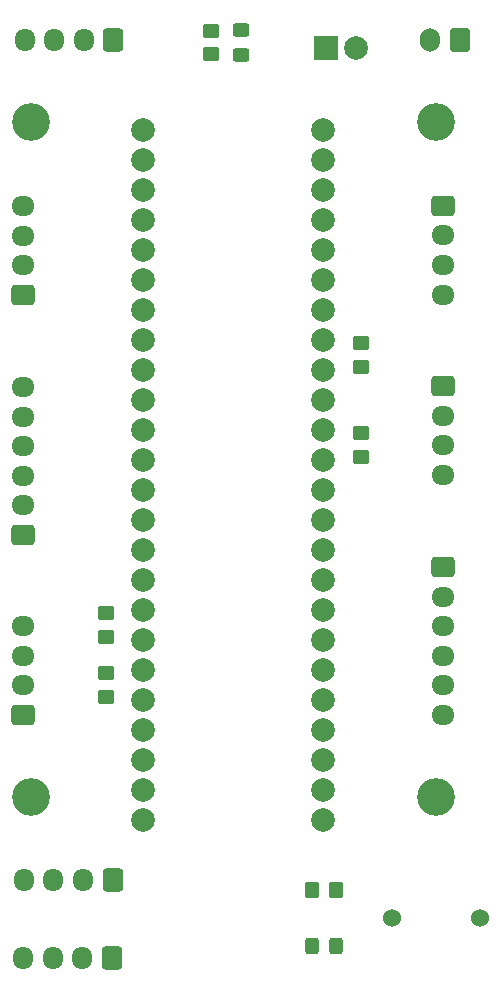
<source format=gbr>
%TF.GenerationSoftware,KiCad,Pcbnew,8.0.3*%
%TF.CreationDate,2024-10-23T15:03:03-04:00*%
%TF.ProjectId,mcu-board,6d63752d-626f-4617-9264-2e6b69636164,rev?*%
%TF.SameCoordinates,Original*%
%TF.FileFunction,Soldermask,Top*%
%TF.FilePolarity,Negative*%
%FSLAX46Y46*%
G04 Gerber Fmt 4.6, Leading zero omitted, Abs format (unit mm)*
G04 Created by KiCad (PCBNEW 8.0.3) date 2024-10-23 15:03:03*
%MOMM*%
%LPD*%
G01*
G04 APERTURE LIST*
G04 Aperture macros list*
%AMRoundRect*
0 Rectangle with rounded corners*
0 $1 Rounding radius*
0 $2 $3 $4 $5 $6 $7 $8 $9 X,Y pos of 4 corners*
0 Add a 4 corners polygon primitive as box body*
4,1,4,$2,$3,$4,$5,$6,$7,$8,$9,$2,$3,0*
0 Add four circle primitives for the rounded corners*
1,1,$1+$1,$2,$3*
1,1,$1+$1,$4,$5*
1,1,$1+$1,$6,$7*
1,1,$1+$1,$8,$9*
0 Add four rect primitives between the rounded corners*
20,1,$1+$1,$2,$3,$4,$5,0*
20,1,$1+$1,$4,$5,$6,$7,0*
20,1,$1+$1,$6,$7,$8,$9,0*
20,1,$1+$1,$8,$9,$2,$3,0*%
G04 Aperture macros list end*
%ADD10R,2.000000X2.000000*%
%ADD11C,2.000000*%
%ADD12C,1.524000*%
%ADD13RoundRect,0.250000X-0.725000X0.600000X-0.725000X-0.600000X0.725000X-0.600000X0.725000X0.600000X0*%
%ADD14O,1.950000X1.700000*%
%ADD15RoundRect,0.250000X-0.450000X0.350000X-0.450000X-0.350000X0.450000X-0.350000X0.450000X0.350000X0*%
%ADD16C,3.200000*%
%ADD17RoundRect,0.250000X0.600000X0.725000X-0.600000X0.725000X-0.600000X-0.725000X0.600000X-0.725000X0*%
%ADD18O,1.700000X1.950000*%
%ADD19RoundRect,0.250000X0.600000X0.750000X-0.600000X0.750000X-0.600000X-0.750000X0.600000X-0.750000X0*%
%ADD20O,1.700000X2.000000*%
%ADD21RoundRect,0.250000X0.725000X-0.600000X0.725000X0.600000X-0.725000X0.600000X-0.725000X-0.600000X0*%
%ADD22RoundRect,0.250000X0.450000X-0.350000X0.450000X0.350000X-0.450000X0.350000X-0.450000X-0.350000X0*%
%ADD23RoundRect,0.250000X0.350000X0.450000X-0.350000X0.450000X-0.350000X-0.450000X0.350000X-0.450000X0*%
%ADD24RoundRect,0.250000X-0.325000X-0.450000X0.325000X-0.450000X0.325000X0.450000X-0.325000X0.450000X0*%
%ADD25RoundRect,0.250000X0.450000X-0.325000X0.450000X0.325000X-0.450000X0.325000X-0.450000X-0.325000X0*%
G04 APERTURE END LIST*
D10*
%TO.C,J11*%
X172960000Y-35000000D03*
D11*
X175500000Y-35000000D03*
%TD*%
D12*
%TO.C,BZ1*%
X178500000Y-108600000D03*
X186000000Y-108600000D03*
%TD*%
D13*
%TO.C,J8*%
X182880000Y-78940000D03*
D14*
X182880000Y-81440000D03*
X182880000Y-83940000D03*
X182880000Y-86440000D03*
X182880000Y-88940000D03*
X182880000Y-91440000D03*
%TD*%
D15*
%TO.C,R4*%
X154305000Y-82820000D03*
X154305000Y-84820000D03*
%TD*%
D13*
%TO.C,J5*%
X182880000Y-48340000D03*
D14*
X182880000Y-50840000D03*
X182880000Y-53340000D03*
X182880000Y-55840000D03*
%TD*%
D16*
%TO.C,H3*%
X182245000Y-41275000D03*
%TD*%
D17*
%TO.C,J3*%
X154940000Y-34290000D03*
D18*
X152440000Y-34290000D03*
X149940000Y-34290000D03*
X147440000Y-34290000D03*
%TD*%
D19*
%TO.C,J9*%
X184250000Y-34290000D03*
D20*
X181750000Y-34290000D03*
%TD*%
D13*
%TO.C,J1*%
X182880000Y-63620000D03*
D14*
X182880000Y-66120000D03*
X182880000Y-68620000D03*
X182880000Y-71120000D03*
%TD*%
D21*
%TO.C,J2*%
X147320000Y-91440000D03*
D14*
X147320000Y-88940000D03*
X147320000Y-86440000D03*
X147320000Y-83940000D03*
%TD*%
D16*
%TO.C,H4*%
X147955000Y-41275000D03*
%TD*%
D22*
%TO.C,R5*%
X163210000Y-35500000D03*
X163210000Y-33500000D03*
%TD*%
D15*
%TO.C,R3*%
X154305000Y-87900000D03*
X154305000Y-89900000D03*
%TD*%
D16*
%TO.C,H1*%
X147955000Y-98425000D03*
%TD*%
D17*
%TO.C,J7*%
X154800000Y-112000000D03*
D18*
X152300000Y-112000000D03*
X149800000Y-112000000D03*
X147300000Y-112000000D03*
%TD*%
D22*
%TO.C,R1*%
X175895000Y-61960000D03*
X175895000Y-59960000D03*
%TD*%
%TO.C,R2*%
X175895000Y-69580000D03*
X175895000Y-67580000D03*
%TD*%
D17*
%TO.C,J6*%
X154860000Y-105400000D03*
D18*
X152360000Y-105400000D03*
X149860000Y-105400000D03*
X147360000Y-105400000D03*
%TD*%
D23*
%TO.C,R6*%
X173750000Y-106250000D03*
X171750000Y-106250000D03*
%TD*%
D21*
%TO.C,J10*%
X147320000Y-76200000D03*
D14*
X147320000Y-73700000D03*
X147320000Y-71200000D03*
X147320000Y-68700000D03*
X147320000Y-66200000D03*
X147320000Y-63700000D03*
%TD*%
D11*
%TO.C,Teensy4.2*%
X157480000Y-41910000D03*
X157480000Y-44450000D03*
X157480000Y-46990000D03*
X157480000Y-49530000D03*
X157480000Y-52070000D03*
X157480000Y-54610000D03*
X157480000Y-57150000D03*
X157480000Y-59690000D03*
X157480000Y-62230000D03*
X157480000Y-64770000D03*
X157480000Y-67310000D03*
X157480000Y-69850000D03*
X157480000Y-72390000D03*
X157480000Y-74930000D03*
X157480000Y-77470000D03*
X157480000Y-80010000D03*
X157480000Y-82550000D03*
X157480000Y-85090000D03*
X157480000Y-87630000D03*
X157480000Y-90170000D03*
X157480000Y-92710000D03*
X157480000Y-95250000D03*
X157480000Y-97790000D03*
X157480000Y-100330000D03*
X172720000Y-100330000D03*
X172720000Y-97790000D03*
X172720000Y-95250000D03*
X172720000Y-92710000D03*
X172720000Y-90170000D03*
X172720000Y-87630000D03*
X172720000Y-85090000D03*
X172720000Y-82550000D03*
X172720000Y-80010000D03*
X172720000Y-77470000D03*
X172720000Y-74930000D03*
X172720000Y-72390000D03*
X172720000Y-69850000D03*
X172720000Y-67310000D03*
X172720000Y-64770000D03*
X172720000Y-62230000D03*
X172720000Y-59690000D03*
X172720000Y-57150000D03*
X172720000Y-54610000D03*
X172720000Y-52070000D03*
X172720000Y-49530000D03*
X172720000Y-46990000D03*
X172720000Y-44450000D03*
X172720000Y-41910000D03*
%TD*%
D21*
%TO.C,J4*%
X147320000Y-55880000D03*
D14*
X147320000Y-53380000D03*
X147320000Y-50880000D03*
X147320000Y-48380000D03*
%TD*%
D24*
%TO.C,D2*%
X171725000Y-111000000D03*
X173775000Y-111000000D03*
%TD*%
D25*
%TO.C,D1*%
X165750000Y-35525000D03*
X165750000Y-33475000D03*
%TD*%
D16*
%TO.C,H2*%
X182245000Y-98425000D03*
%TD*%
M02*

</source>
